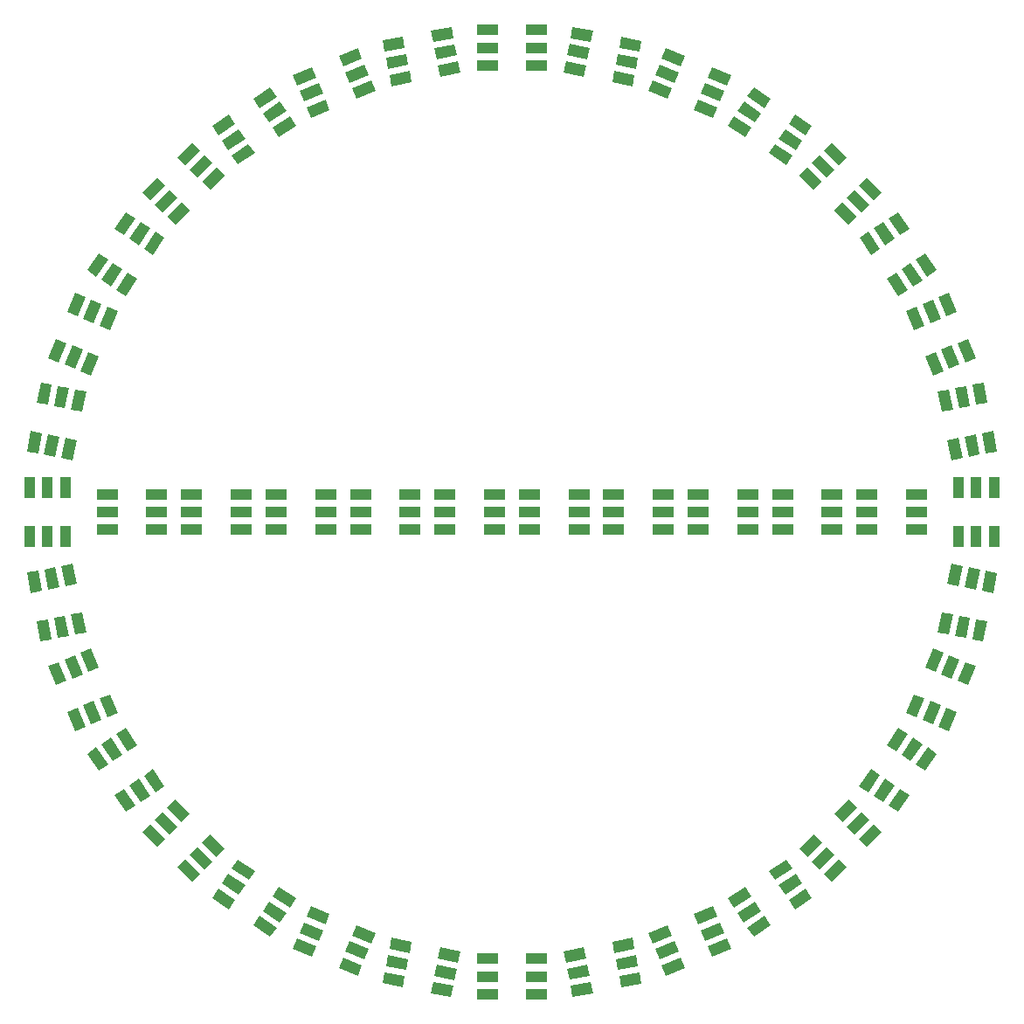
<source format=gbr>
%TF.GenerationSoftware,KiCad,Pcbnew,5.1.12-84ad8e8a86~92~ubuntu20.04.1*%
%TF.CreationDate,2021-11-26T19:12:35+01:00*%
%TF.ProjectId,led-ring-with-crossbar,6c65642d-7269-46e6-972d-776974682d63,rev?*%
%TF.SameCoordinates,Original*%
%TF.FileFunction,Paste,Top*%
%TF.FilePolarity,Positive*%
%FSLAX46Y46*%
G04 Gerber Fmt 4.6, Leading zero omitted, Abs format (unit mm)*
G04 Created by KiCad (PCBNEW 5.1.12-84ad8e8a86~92~ubuntu20.04.1) date 2021-11-26 19:12:35*
%MOMM*%
%LPD*%
G01*
G04 APERTURE LIST*
%ADD10R,2.000000X1.100000*%
%ADD11R,1.100000X2.000000*%
%ADD12C,0.100000*%
G04 APERTURE END LIST*
D10*
%TO.C,D42*%
X60780000Y-101700000D03*
X60780000Y-100000000D03*
X60780000Y-98300000D03*
X65580000Y-98300000D03*
X65580000Y-100000000D03*
X65580000Y-101700000D03*
%TD*%
%TO.C,D41*%
X68960000Y-101700000D03*
X68960000Y-100000000D03*
X68960000Y-98300000D03*
X73760000Y-98300000D03*
X73760000Y-100000000D03*
X73760000Y-101700000D03*
%TD*%
%TO.C,D40*%
X77140000Y-101700000D03*
X77140000Y-100000000D03*
X77140000Y-98300000D03*
X81940000Y-98300000D03*
X81940000Y-100000000D03*
X81940000Y-101700000D03*
%TD*%
%TO.C,D39*%
X85320000Y-101700000D03*
X85320000Y-100000000D03*
X85320000Y-98300000D03*
X90120000Y-98300000D03*
X90120000Y-100000000D03*
X90120000Y-101700000D03*
%TD*%
%TO.C,D38*%
X93500000Y-101700000D03*
X93500000Y-100000000D03*
X93500000Y-98300000D03*
X98300000Y-98300000D03*
X98300000Y-100000000D03*
X98300000Y-101700000D03*
%TD*%
%TO.C,D37*%
X101680000Y-101700000D03*
X101680000Y-100000000D03*
X101680000Y-98300000D03*
X106480000Y-98300000D03*
X106480000Y-100000000D03*
X106480000Y-101700000D03*
%TD*%
%TO.C,D36*%
X109860000Y-101700000D03*
X109860000Y-100000000D03*
X109860000Y-98300000D03*
X114660000Y-98300000D03*
X114660000Y-100000000D03*
X114660000Y-101700000D03*
%TD*%
%TO.C,D35*%
X118040000Y-101700000D03*
X118040000Y-100000000D03*
X118040000Y-98300000D03*
X122840000Y-98300000D03*
X122840000Y-100000000D03*
X122840000Y-101700000D03*
%TD*%
%TO.C,D34*%
X126220000Y-101700000D03*
X126220000Y-100000000D03*
X126220000Y-98300000D03*
X131020000Y-98300000D03*
X131020000Y-100000000D03*
X131020000Y-101700000D03*
%TD*%
%TO.C,D33*%
X134400000Y-101700000D03*
X134400000Y-100000000D03*
X134400000Y-98300000D03*
X139200000Y-98300000D03*
X139200000Y-100000000D03*
X139200000Y-101700000D03*
%TD*%
D11*
%TO.C,D32*%
X143300000Y-97600000D03*
X145000000Y-97600000D03*
X146700000Y-97600000D03*
X146700000Y-102400000D03*
X145000000Y-102400000D03*
X143300000Y-102400000D03*
%TD*%
D12*
%TO.C,D31*%
G36*
X143673510Y-105219572D02*
G01*
X143281618Y-107180801D01*
X142202942Y-106965260D01*
X142594834Y-105004031D01*
X143673510Y-105219572D01*
G37*
G36*
X145340555Y-105552681D02*
G01*
X144948663Y-107513910D01*
X143869987Y-107298369D01*
X144261879Y-105337140D01*
X145340555Y-105552681D01*
G37*
G36*
X147007600Y-105885789D02*
G01*
X146615708Y-107847018D01*
X145537032Y-107631477D01*
X145928924Y-105670248D01*
X147007600Y-105885789D01*
G37*
G36*
X146067058Y-110592740D02*
G01*
X145675166Y-112553969D01*
X144596490Y-112338428D01*
X144988382Y-110377199D01*
X146067058Y-110592740D01*
G37*
G36*
X144400013Y-110259631D02*
G01*
X144008121Y-112220860D01*
X142929445Y-112005319D01*
X143321337Y-110044090D01*
X144400013Y-110259631D01*
G37*
G36*
X142732968Y-109926523D02*
G01*
X142341076Y-111887752D01*
X141262400Y-111672211D01*
X141654292Y-109710982D01*
X142732968Y-109926523D01*
G37*
%TD*%
%TO.C,D30*%
G36*
X141813662Y-113639723D02*
G01*
X141048295Y-115487482D01*
X140032028Y-115066531D01*
X140797395Y-113218772D01*
X141813662Y-113639723D01*
G37*
G36*
X143384257Y-114290285D02*
G01*
X142618890Y-116138044D01*
X141602623Y-115717093D01*
X142367990Y-113869334D01*
X143384257Y-114290285D01*
G37*
G36*
X144954852Y-114940847D02*
G01*
X144189485Y-116788606D01*
X143173218Y-116367655D01*
X143938585Y-114519896D01*
X144954852Y-114940847D01*
G37*
G36*
X143117972Y-119375469D02*
G01*
X142352605Y-121223228D01*
X141336338Y-120802277D01*
X142101705Y-118954518D01*
X143117972Y-119375469D01*
G37*
G36*
X141547377Y-118724907D02*
G01*
X140782010Y-120572666D01*
X139765743Y-120151715D01*
X140531110Y-118303956D01*
X141547377Y-118724907D01*
G37*
G36*
X139976782Y-118074345D02*
G01*
X139211415Y-119922104D01*
X138195148Y-119501153D01*
X138960515Y-117653394D01*
X139976782Y-118074345D01*
G37*
%TD*%
%TO.C,D29*%
G36*
X138351773Y-121535913D02*
G01*
X137239182Y-123197882D01*
X136325099Y-122585957D01*
X137437690Y-120923988D01*
X138351773Y-121535913D01*
G37*
G36*
X139764446Y-122481615D02*
G01*
X138651855Y-124143584D01*
X137737772Y-123531659D01*
X138850363Y-121869690D01*
X139764446Y-122481615D01*
G37*
G36*
X141177120Y-123427318D02*
G01*
X140064529Y-125089287D01*
X139150446Y-124477362D01*
X140263037Y-122815393D01*
X141177120Y-123427318D01*
G37*
G36*
X138506901Y-127416043D02*
G01*
X137394310Y-129078012D01*
X136480227Y-128466087D01*
X137592818Y-126804118D01*
X138506901Y-127416043D01*
G37*
G36*
X137094228Y-126470341D02*
G01*
X135981637Y-128132310D01*
X135067554Y-127520385D01*
X136180145Y-125858416D01*
X137094228Y-126470341D01*
G37*
G36*
X135681554Y-125524638D02*
G01*
X134568963Y-127186607D01*
X133654880Y-126574682D01*
X134767471Y-124912713D01*
X135681554Y-125524638D01*
G37*
%TD*%
%TO.C,D28*%
G36*
X133410991Y-128602664D02*
G01*
X131996777Y-130016878D01*
X131218959Y-129239060D01*
X132633173Y-127824846D01*
X133410991Y-128602664D01*
G37*
G36*
X134613072Y-129804746D02*
G01*
X133198858Y-131218960D01*
X132421040Y-130441142D01*
X133835254Y-129026928D01*
X134613072Y-129804746D01*
G37*
G36*
X135815154Y-131006827D02*
G01*
X134400940Y-132421041D01*
X133623122Y-131643223D01*
X135037336Y-130229009D01*
X135815154Y-131006827D01*
G37*
G36*
X132421041Y-134400940D02*
G01*
X131006827Y-135815154D01*
X130229009Y-135037336D01*
X131643223Y-133623122D01*
X132421041Y-134400940D01*
G37*
G36*
X131218960Y-133198858D02*
G01*
X129804746Y-134613072D01*
X129026928Y-133835254D01*
X130441142Y-132421040D01*
X131218960Y-133198858D01*
G37*
G36*
X130016878Y-131996777D02*
G01*
X128602664Y-133410991D01*
X127824846Y-132633173D01*
X129239060Y-131218959D01*
X130016878Y-131996777D01*
G37*
%TD*%
%TO.C,D27*%
G36*
X127191573Y-134572781D02*
G01*
X125527664Y-135682470D01*
X124917335Y-134767321D01*
X126581244Y-133657632D01*
X127191573Y-134572781D01*
G37*
G36*
X128134809Y-135987103D02*
G01*
X126470900Y-137096792D01*
X125860571Y-136181643D01*
X127524480Y-135071954D01*
X128134809Y-135987103D01*
G37*
G36*
X129078044Y-137401425D02*
G01*
X127414135Y-138511114D01*
X126803806Y-137595965D01*
X128467715Y-136486276D01*
X129078044Y-137401425D01*
G37*
G36*
X125084665Y-140064679D02*
G01*
X123420756Y-141174368D01*
X122810427Y-140259219D01*
X124474336Y-139149530D01*
X125084665Y-140064679D01*
G37*
G36*
X124141429Y-138650357D02*
G01*
X122477520Y-139760046D01*
X121867191Y-138844897D01*
X123531100Y-137735208D01*
X124141429Y-138650357D01*
G37*
G36*
X123198194Y-137236035D02*
G01*
X121534285Y-138345724D01*
X120923956Y-137430575D01*
X122587865Y-136320886D01*
X123198194Y-137236035D01*
G37*
%TD*%
%TO.C,D26*%
G36*
X119922104Y-139211415D02*
G01*
X118074345Y-139976782D01*
X117653394Y-138960515D01*
X119501153Y-138195148D01*
X119922104Y-139211415D01*
G37*
G36*
X120572666Y-140782010D02*
G01*
X118724907Y-141547377D01*
X118303956Y-140531110D01*
X120151715Y-139765743D01*
X120572666Y-140782010D01*
G37*
G36*
X121223228Y-142352605D02*
G01*
X119375469Y-143117972D01*
X118954518Y-142101705D01*
X120802277Y-141336338D01*
X121223228Y-142352605D01*
G37*
G36*
X116788606Y-144189485D02*
G01*
X114940847Y-144954852D01*
X114519896Y-143938585D01*
X116367655Y-143173218D01*
X116788606Y-144189485D01*
G37*
G36*
X116138044Y-142618890D02*
G01*
X114290285Y-143384257D01*
X113869334Y-142367990D01*
X115717093Y-141602623D01*
X116138044Y-142618890D01*
G37*
G36*
X115487482Y-141048295D02*
G01*
X113639723Y-141813662D01*
X113218772Y-140797395D01*
X115066531Y-140032028D01*
X115487482Y-141048295D01*
G37*
%TD*%
%TO.C,D25*%
G36*
X111890878Y-142346505D02*
G01*
X109928968Y-142734974D01*
X109715310Y-141655923D01*
X111677220Y-141267454D01*
X111890878Y-142346505D01*
G37*
G36*
X112221076Y-144014129D02*
G01*
X110259166Y-144402598D01*
X110045508Y-143323547D01*
X112007418Y-142935078D01*
X112221076Y-144014129D01*
G37*
G36*
X112551275Y-145681752D02*
G01*
X110589365Y-146070221D01*
X110375707Y-144991170D01*
X112337617Y-144602701D01*
X112551275Y-145681752D01*
G37*
G36*
X107842690Y-146614077D02*
G01*
X105880780Y-147002546D01*
X105667122Y-145923495D01*
X107629032Y-145535026D01*
X107842690Y-146614077D01*
G37*
G36*
X107512492Y-144946453D02*
G01*
X105550582Y-145334922D01*
X105336924Y-144255871D01*
X107298834Y-143867402D01*
X107512492Y-144946453D01*
G37*
G36*
X107182293Y-143278830D02*
G01*
X105220383Y-143667299D01*
X105006725Y-142588248D01*
X106968635Y-142199779D01*
X107182293Y-143278830D01*
G37*
%TD*%
D10*
%TO.C,D24*%
X102400000Y-143300000D03*
X102400000Y-145000000D03*
X102400000Y-146700000D03*
X97600000Y-146700000D03*
X97600000Y-145000000D03*
X97600000Y-143300000D03*
%TD*%
D12*
%TO.C,D23*%
G36*
X94780428Y-143673510D02*
G01*
X92819199Y-143281618D01*
X93034740Y-142202942D01*
X94995969Y-142594834D01*
X94780428Y-143673510D01*
G37*
G36*
X94447319Y-145340555D02*
G01*
X92486090Y-144948663D01*
X92701631Y-143869987D01*
X94662860Y-144261879D01*
X94447319Y-145340555D01*
G37*
G36*
X94114211Y-147007600D02*
G01*
X92152982Y-146615708D01*
X92368523Y-145537032D01*
X94329752Y-145928924D01*
X94114211Y-147007600D01*
G37*
G36*
X89407260Y-146067058D02*
G01*
X87446031Y-145675166D01*
X87661572Y-144596490D01*
X89622801Y-144988382D01*
X89407260Y-146067058D01*
G37*
G36*
X89740369Y-144400013D02*
G01*
X87779140Y-144008121D01*
X87994681Y-142929445D01*
X89955910Y-143321337D01*
X89740369Y-144400013D01*
G37*
G36*
X90073477Y-142732968D02*
G01*
X88112248Y-142341076D01*
X88327789Y-141262400D01*
X90289018Y-141654292D01*
X90073477Y-142732968D01*
G37*
%TD*%
%TO.C,D22*%
G36*
X86360277Y-141813662D02*
G01*
X84512518Y-141048295D01*
X84933469Y-140032028D01*
X86781228Y-140797395D01*
X86360277Y-141813662D01*
G37*
G36*
X85709715Y-143384257D02*
G01*
X83861956Y-142618890D01*
X84282907Y-141602623D01*
X86130666Y-142367990D01*
X85709715Y-143384257D01*
G37*
G36*
X85059153Y-144954852D02*
G01*
X83211394Y-144189485D01*
X83632345Y-143173218D01*
X85480104Y-143938585D01*
X85059153Y-144954852D01*
G37*
G36*
X80624531Y-143117972D02*
G01*
X78776772Y-142352605D01*
X79197723Y-141336338D01*
X81045482Y-142101705D01*
X80624531Y-143117972D01*
G37*
G36*
X81275093Y-141547377D02*
G01*
X79427334Y-140782010D01*
X79848285Y-139765743D01*
X81696044Y-140531110D01*
X81275093Y-141547377D01*
G37*
G36*
X81925655Y-139976782D02*
G01*
X80077896Y-139211415D01*
X80498847Y-138195148D01*
X82346606Y-138960515D01*
X81925655Y-139976782D01*
G37*
%TD*%
%TO.C,D21*%
G36*
X78464087Y-138351773D02*
G01*
X76802118Y-137239182D01*
X77414043Y-136325099D01*
X79076012Y-137437690D01*
X78464087Y-138351773D01*
G37*
G36*
X77518385Y-139764446D02*
G01*
X75856416Y-138651855D01*
X76468341Y-137737772D01*
X78130310Y-138850363D01*
X77518385Y-139764446D01*
G37*
G36*
X76572682Y-141177120D02*
G01*
X74910713Y-140064529D01*
X75522638Y-139150446D01*
X77184607Y-140263037D01*
X76572682Y-141177120D01*
G37*
G36*
X72583957Y-138506901D02*
G01*
X70921988Y-137394310D01*
X71533913Y-136480227D01*
X73195882Y-137592818D01*
X72583957Y-138506901D01*
G37*
G36*
X73529659Y-137094228D02*
G01*
X71867690Y-135981637D01*
X72479615Y-135067554D01*
X74141584Y-136180145D01*
X73529659Y-137094228D01*
G37*
G36*
X74475362Y-135681554D02*
G01*
X72813393Y-134568963D01*
X73425318Y-133654880D01*
X75087287Y-134767471D01*
X74475362Y-135681554D01*
G37*
%TD*%
%TO.C,D20*%
G36*
X71397336Y-133410991D02*
G01*
X69983122Y-131996777D01*
X70760940Y-131218959D01*
X72175154Y-132633173D01*
X71397336Y-133410991D01*
G37*
G36*
X70195254Y-134613072D02*
G01*
X68781040Y-133198858D01*
X69558858Y-132421040D01*
X70973072Y-133835254D01*
X70195254Y-134613072D01*
G37*
G36*
X68993173Y-135815154D02*
G01*
X67578959Y-134400940D01*
X68356777Y-133623122D01*
X69770991Y-135037336D01*
X68993173Y-135815154D01*
G37*
G36*
X65599060Y-132421041D02*
G01*
X64184846Y-131006827D01*
X64962664Y-130229009D01*
X66376878Y-131643223D01*
X65599060Y-132421041D01*
G37*
G36*
X66801142Y-131218960D02*
G01*
X65386928Y-129804746D01*
X66164746Y-129026928D01*
X67578960Y-130441142D01*
X66801142Y-131218960D01*
G37*
G36*
X68003223Y-130016878D02*
G01*
X66589009Y-128602664D01*
X67366827Y-127824846D01*
X68781041Y-129239060D01*
X68003223Y-130016878D01*
G37*
%TD*%
%TO.C,D19*%
G36*
X65427219Y-127191573D02*
G01*
X64317530Y-125527664D01*
X65232679Y-124917335D01*
X66342368Y-126581244D01*
X65427219Y-127191573D01*
G37*
G36*
X64012897Y-128134809D02*
G01*
X62903208Y-126470900D01*
X63818357Y-125860571D01*
X64928046Y-127524480D01*
X64012897Y-128134809D01*
G37*
G36*
X62598575Y-129078044D02*
G01*
X61488886Y-127414135D01*
X62404035Y-126803806D01*
X63513724Y-128467715D01*
X62598575Y-129078044D01*
G37*
G36*
X59935321Y-125084665D02*
G01*
X58825632Y-123420756D01*
X59740781Y-122810427D01*
X60850470Y-124474336D01*
X59935321Y-125084665D01*
G37*
G36*
X61349643Y-124141429D02*
G01*
X60239954Y-122477520D01*
X61155103Y-121867191D01*
X62264792Y-123531100D01*
X61349643Y-124141429D01*
G37*
G36*
X62763965Y-123198194D02*
G01*
X61654276Y-121534285D01*
X62569425Y-120923956D01*
X63679114Y-122587865D01*
X62763965Y-123198194D01*
G37*
%TD*%
%TO.C,D18*%
G36*
X60788585Y-119922104D02*
G01*
X60023218Y-118074345D01*
X61039485Y-117653394D01*
X61804852Y-119501153D01*
X60788585Y-119922104D01*
G37*
G36*
X59217990Y-120572666D02*
G01*
X58452623Y-118724907D01*
X59468890Y-118303956D01*
X60234257Y-120151715D01*
X59217990Y-120572666D01*
G37*
G36*
X57647395Y-121223228D02*
G01*
X56882028Y-119375469D01*
X57898295Y-118954518D01*
X58663662Y-120802277D01*
X57647395Y-121223228D01*
G37*
G36*
X55810515Y-116788606D02*
G01*
X55045148Y-114940847D01*
X56061415Y-114519896D01*
X56826782Y-116367655D01*
X55810515Y-116788606D01*
G37*
G36*
X57381110Y-116138044D02*
G01*
X56615743Y-114290285D01*
X57632010Y-113869334D01*
X58397377Y-115717093D01*
X57381110Y-116138044D01*
G37*
G36*
X58951705Y-115487482D02*
G01*
X58186338Y-113639723D01*
X59202605Y-113218772D01*
X59967972Y-115066531D01*
X58951705Y-115487482D01*
G37*
%TD*%
%TO.C,D17*%
G36*
X57653495Y-111890878D02*
G01*
X57265026Y-109928968D01*
X58344077Y-109715310D01*
X58732546Y-111677220D01*
X57653495Y-111890878D01*
G37*
G36*
X55985871Y-112221076D02*
G01*
X55597402Y-110259166D01*
X56676453Y-110045508D01*
X57064922Y-112007418D01*
X55985871Y-112221076D01*
G37*
G36*
X54318248Y-112551275D02*
G01*
X53929779Y-110589365D01*
X55008830Y-110375707D01*
X55397299Y-112337617D01*
X54318248Y-112551275D01*
G37*
G36*
X53385923Y-107842690D02*
G01*
X52997454Y-105880780D01*
X54076505Y-105667122D01*
X54464974Y-107629032D01*
X53385923Y-107842690D01*
G37*
G36*
X55053547Y-107512492D02*
G01*
X54665078Y-105550582D01*
X55744129Y-105336924D01*
X56132598Y-107298834D01*
X55053547Y-107512492D01*
G37*
G36*
X56721170Y-107182293D02*
G01*
X56332701Y-105220383D01*
X57411752Y-105006725D01*
X57800221Y-106968635D01*
X56721170Y-107182293D01*
G37*
%TD*%
D11*
%TO.C,D16*%
X56700000Y-102400000D03*
X55000000Y-102400000D03*
X53300000Y-102400000D03*
X53300000Y-97600000D03*
X55000000Y-97600000D03*
X56700000Y-97600000D03*
%TD*%
D12*
%TO.C,D15*%
G36*
X56326490Y-94780428D02*
G01*
X56718382Y-92819199D01*
X57797058Y-93034740D01*
X57405166Y-94995969D01*
X56326490Y-94780428D01*
G37*
G36*
X54659445Y-94447319D02*
G01*
X55051337Y-92486090D01*
X56130013Y-92701631D01*
X55738121Y-94662860D01*
X54659445Y-94447319D01*
G37*
G36*
X52992400Y-94114211D02*
G01*
X53384292Y-92152982D01*
X54462968Y-92368523D01*
X54071076Y-94329752D01*
X52992400Y-94114211D01*
G37*
G36*
X53932942Y-89407260D02*
G01*
X54324834Y-87446031D01*
X55403510Y-87661572D01*
X55011618Y-89622801D01*
X53932942Y-89407260D01*
G37*
G36*
X55599987Y-89740369D02*
G01*
X55991879Y-87779140D01*
X57070555Y-87994681D01*
X56678663Y-89955910D01*
X55599987Y-89740369D01*
G37*
G36*
X57267032Y-90073477D02*
G01*
X57658924Y-88112248D01*
X58737600Y-88327789D01*
X58345708Y-90289018D01*
X57267032Y-90073477D01*
G37*
%TD*%
%TO.C,D14*%
G36*
X58186338Y-86360277D02*
G01*
X58951705Y-84512518D01*
X59967972Y-84933469D01*
X59202605Y-86781228D01*
X58186338Y-86360277D01*
G37*
G36*
X56615743Y-85709715D02*
G01*
X57381110Y-83861956D01*
X58397377Y-84282907D01*
X57632010Y-86130666D01*
X56615743Y-85709715D01*
G37*
G36*
X55045148Y-85059153D02*
G01*
X55810515Y-83211394D01*
X56826782Y-83632345D01*
X56061415Y-85480104D01*
X55045148Y-85059153D01*
G37*
G36*
X56882028Y-80624531D02*
G01*
X57647395Y-78776772D01*
X58663662Y-79197723D01*
X57898295Y-81045482D01*
X56882028Y-80624531D01*
G37*
G36*
X58452623Y-81275093D02*
G01*
X59217990Y-79427334D01*
X60234257Y-79848285D01*
X59468890Y-81696044D01*
X58452623Y-81275093D01*
G37*
G36*
X60023218Y-81925655D02*
G01*
X60788585Y-80077896D01*
X61804852Y-80498847D01*
X61039485Y-82346606D01*
X60023218Y-81925655D01*
G37*
%TD*%
%TO.C,D13*%
G36*
X61648227Y-78464087D02*
G01*
X62760818Y-76802118D01*
X63674901Y-77414043D01*
X62562310Y-79076012D01*
X61648227Y-78464087D01*
G37*
G36*
X60235554Y-77518385D02*
G01*
X61348145Y-75856416D01*
X62262228Y-76468341D01*
X61149637Y-78130310D01*
X60235554Y-77518385D01*
G37*
G36*
X58822880Y-76572682D02*
G01*
X59935471Y-74910713D01*
X60849554Y-75522638D01*
X59736963Y-77184607D01*
X58822880Y-76572682D01*
G37*
G36*
X61493099Y-72583957D02*
G01*
X62605690Y-70921988D01*
X63519773Y-71533913D01*
X62407182Y-73195882D01*
X61493099Y-72583957D01*
G37*
G36*
X62905772Y-73529659D02*
G01*
X64018363Y-71867690D01*
X64932446Y-72479615D01*
X63819855Y-74141584D01*
X62905772Y-73529659D01*
G37*
G36*
X64318446Y-74475362D02*
G01*
X65431037Y-72813393D01*
X66345120Y-73425318D01*
X65232529Y-75087287D01*
X64318446Y-74475362D01*
G37*
%TD*%
%TO.C,D12*%
G36*
X66589009Y-71397336D02*
G01*
X68003223Y-69983122D01*
X68781041Y-70760940D01*
X67366827Y-72175154D01*
X66589009Y-71397336D01*
G37*
G36*
X65386928Y-70195254D02*
G01*
X66801142Y-68781040D01*
X67578960Y-69558858D01*
X66164746Y-70973072D01*
X65386928Y-70195254D01*
G37*
G36*
X64184846Y-68993173D02*
G01*
X65599060Y-67578959D01*
X66376878Y-68356777D01*
X64962664Y-69770991D01*
X64184846Y-68993173D01*
G37*
G36*
X67578959Y-65599060D02*
G01*
X68993173Y-64184846D01*
X69770991Y-64962664D01*
X68356777Y-66376878D01*
X67578959Y-65599060D01*
G37*
G36*
X68781040Y-66801142D02*
G01*
X70195254Y-65386928D01*
X70973072Y-66164746D01*
X69558858Y-67578960D01*
X68781040Y-66801142D01*
G37*
G36*
X69983122Y-68003223D02*
G01*
X71397336Y-66589009D01*
X72175154Y-67366827D01*
X70760940Y-68781041D01*
X69983122Y-68003223D01*
G37*
%TD*%
%TO.C,D11*%
G36*
X72808427Y-65427219D02*
G01*
X74472336Y-64317530D01*
X75082665Y-65232679D01*
X73418756Y-66342368D01*
X72808427Y-65427219D01*
G37*
G36*
X71865191Y-64012897D02*
G01*
X73529100Y-62903208D01*
X74139429Y-63818357D01*
X72475520Y-64928046D01*
X71865191Y-64012897D01*
G37*
G36*
X70921956Y-62598575D02*
G01*
X72585865Y-61488886D01*
X73196194Y-62404035D01*
X71532285Y-63513724D01*
X70921956Y-62598575D01*
G37*
G36*
X74915335Y-59935321D02*
G01*
X76579244Y-58825632D01*
X77189573Y-59740781D01*
X75525664Y-60850470D01*
X74915335Y-59935321D01*
G37*
G36*
X75858571Y-61349643D02*
G01*
X77522480Y-60239954D01*
X78132809Y-61155103D01*
X76468900Y-62264792D01*
X75858571Y-61349643D01*
G37*
G36*
X76801806Y-62763965D02*
G01*
X78465715Y-61654276D01*
X79076044Y-62569425D01*
X77412135Y-63679114D01*
X76801806Y-62763965D01*
G37*
%TD*%
%TO.C,D10*%
G36*
X80077896Y-60788585D02*
G01*
X81925655Y-60023218D01*
X82346606Y-61039485D01*
X80498847Y-61804852D01*
X80077896Y-60788585D01*
G37*
G36*
X79427334Y-59217990D02*
G01*
X81275093Y-58452623D01*
X81696044Y-59468890D01*
X79848285Y-60234257D01*
X79427334Y-59217990D01*
G37*
G36*
X78776772Y-57647395D02*
G01*
X80624531Y-56882028D01*
X81045482Y-57898295D01*
X79197723Y-58663662D01*
X78776772Y-57647395D01*
G37*
G36*
X83211394Y-55810515D02*
G01*
X85059153Y-55045148D01*
X85480104Y-56061415D01*
X83632345Y-56826782D01*
X83211394Y-55810515D01*
G37*
G36*
X83861956Y-57381110D02*
G01*
X85709715Y-56615743D01*
X86130666Y-57632010D01*
X84282907Y-58397377D01*
X83861956Y-57381110D01*
G37*
G36*
X84512518Y-58951705D02*
G01*
X86360277Y-58186338D01*
X86781228Y-59202605D01*
X84933469Y-59967972D01*
X84512518Y-58951705D01*
G37*
%TD*%
%TO.C,D9*%
G36*
X88109122Y-57653495D02*
G01*
X90071032Y-57265026D01*
X90284690Y-58344077D01*
X88322780Y-58732546D01*
X88109122Y-57653495D01*
G37*
G36*
X87778924Y-55985871D02*
G01*
X89740834Y-55597402D01*
X89954492Y-56676453D01*
X87992582Y-57064922D01*
X87778924Y-55985871D01*
G37*
G36*
X87448725Y-54318248D02*
G01*
X89410635Y-53929779D01*
X89624293Y-55008830D01*
X87662383Y-55397299D01*
X87448725Y-54318248D01*
G37*
G36*
X92157310Y-53385923D02*
G01*
X94119220Y-52997454D01*
X94332878Y-54076505D01*
X92370968Y-54464974D01*
X92157310Y-53385923D01*
G37*
G36*
X92487508Y-55053547D02*
G01*
X94449418Y-54665078D01*
X94663076Y-55744129D01*
X92701166Y-56132598D01*
X92487508Y-55053547D01*
G37*
G36*
X92817707Y-56721170D02*
G01*
X94779617Y-56332701D01*
X94993275Y-57411752D01*
X93031365Y-57800221D01*
X92817707Y-56721170D01*
G37*
%TD*%
D10*
%TO.C,D8*%
X97600000Y-56700000D03*
X97600000Y-55000000D03*
X97600000Y-53300000D03*
X102400000Y-53300000D03*
X102400000Y-55000000D03*
X102400000Y-56700000D03*
%TD*%
D12*
%TO.C,D7*%
G36*
X105219572Y-56326490D02*
G01*
X107180801Y-56718382D01*
X106965260Y-57797058D01*
X105004031Y-57405166D01*
X105219572Y-56326490D01*
G37*
G36*
X105552681Y-54659445D02*
G01*
X107513910Y-55051337D01*
X107298369Y-56130013D01*
X105337140Y-55738121D01*
X105552681Y-54659445D01*
G37*
G36*
X105885789Y-52992400D02*
G01*
X107847018Y-53384292D01*
X107631477Y-54462968D01*
X105670248Y-54071076D01*
X105885789Y-52992400D01*
G37*
G36*
X110592740Y-53932942D02*
G01*
X112553969Y-54324834D01*
X112338428Y-55403510D01*
X110377199Y-55011618D01*
X110592740Y-53932942D01*
G37*
G36*
X110259631Y-55599987D02*
G01*
X112220860Y-55991879D01*
X112005319Y-57070555D01*
X110044090Y-56678663D01*
X110259631Y-55599987D01*
G37*
G36*
X109926523Y-57267032D02*
G01*
X111887752Y-57658924D01*
X111672211Y-58737600D01*
X109710982Y-58345708D01*
X109926523Y-57267032D01*
G37*
%TD*%
%TO.C,D6*%
G36*
X113639723Y-58186338D02*
G01*
X115487482Y-58951705D01*
X115066531Y-59967972D01*
X113218772Y-59202605D01*
X113639723Y-58186338D01*
G37*
G36*
X114290285Y-56615743D02*
G01*
X116138044Y-57381110D01*
X115717093Y-58397377D01*
X113869334Y-57632010D01*
X114290285Y-56615743D01*
G37*
G36*
X114940847Y-55045148D02*
G01*
X116788606Y-55810515D01*
X116367655Y-56826782D01*
X114519896Y-56061415D01*
X114940847Y-55045148D01*
G37*
G36*
X119375469Y-56882028D02*
G01*
X121223228Y-57647395D01*
X120802277Y-58663662D01*
X118954518Y-57898295D01*
X119375469Y-56882028D01*
G37*
G36*
X118724907Y-58452623D02*
G01*
X120572666Y-59217990D01*
X120151715Y-60234257D01*
X118303956Y-59468890D01*
X118724907Y-58452623D01*
G37*
G36*
X118074345Y-60023218D02*
G01*
X119922104Y-60788585D01*
X119501153Y-61804852D01*
X117653394Y-61039485D01*
X118074345Y-60023218D01*
G37*
%TD*%
%TO.C,D5*%
G36*
X121535913Y-61648227D02*
G01*
X123197882Y-62760818D01*
X122585957Y-63674901D01*
X120923988Y-62562310D01*
X121535913Y-61648227D01*
G37*
G36*
X122481615Y-60235554D02*
G01*
X124143584Y-61348145D01*
X123531659Y-62262228D01*
X121869690Y-61149637D01*
X122481615Y-60235554D01*
G37*
G36*
X123427318Y-58822880D02*
G01*
X125089287Y-59935471D01*
X124477362Y-60849554D01*
X122815393Y-59736963D01*
X123427318Y-58822880D01*
G37*
G36*
X127416043Y-61493099D02*
G01*
X129078012Y-62605690D01*
X128466087Y-63519773D01*
X126804118Y-62407182D01*
X127416043Y-61493099D01*
G37*
G36*
X126470341Y-62905772D02*
G01*
X128132310Y-64018363D01*
X127520385Y-64932446D01*
X125858416Y-63819855D01*
X126470341Y-62905772D01*
G37*
G36*
X125524638Y-64318446D02*
G01*
X127186607Y-65431037D01*
X126574682Y-66345120D01*
X124912713Y-65232529D01*
X125524638Y-64318446D01*
G37*
%TD*%
%TO.C,D4*%
G36*
X128602664Y-66589009D02*
G01*
X130016878Y-68003223D01*
X129239060Y-68781041D01*
X127824846Y-67366827D01*
X128602664Y-66589009D01*
G37*
G36*
X129804746Y-65386928D02*
G01*
X131218960Y-66801142D01*
X130441142Y-67578960D01*
X129026928Y-66164746D01*
X129804746Y-65386928D01*
G37*
G36*
X131006827Y-64184846D02*
G01*
X132421041Y-65599060D01*
X131643223Y-66376878D01*
X130229009Y-64962664D01*
X131006827Y-64184846D01*
G37*
G36*
X134400940Y-67578959D02*
G01*
X135815154Y-68993173D01*
X135037336Y-69770991D01*
X133623122Y-68356777D01*
X134400940Y-67578959D01*
G37*
G36*
X133198858Y-68781040D02*
G01*
X134613072Y-70195254D01*
X133835254Y-70973072D01*
X132421040Y-69558858D01*
X133198858Y-68781040D01*
G37*
G36*
X131996777Y-69983122D02*
G01*
X133410991Y-71397336D01*
X132633173Y-72175154D01*
X131218959Y-70760940D01*
X131996777Y-69983122D01*
G37*
%TD*%
%TO.C,D3*%
G36*
X134572781Y-72808427D02*
G01*
X135682470Y-74472336D01*
X134767321Y-75082665D01*
X133657632Y-73418756D01*
X134572781Y-72808427D01*
G37*
G36*
X135987103Y-71865191D02*
G01*
X137096792Y-73529100D01*
X136181643Y-74139429D01*
X135071954Y-72475520D01*
X135987103Y-71865191D01*
G37*
G36*
X137401425Y-70921956D02*
G01*
X138511114Y-72585865D01*
X137595965Y-73196194D01*
X136486276Y-71532285D01*
X137401425Y-70921956D01*
G37*
G36*
X140064679Y-74915335D02*
G01*
X141174368Y-76579244D01*
X140259219Y-77189573D01*
X139149530Y-75525664D01*
X140064679Y-74915335D01*
G37*
G36*
X138650357Y-75858571D02*
G01*
X139760046Y-77522480D01*
X138844897Y-78132809D01*
X137735208Y-76468900D01*
X138650357Y-75858571D01*
G37*
G36*
X137236035Y-76801806D02*
G01*
X138345724Y-78465715D01*
X137430575Y-79076044D01*
X136320886Y-77412135D01*
X137236035Y-76801806D01*
G37*
%TD*%
%TO.C,D2*%
G36*
X139211415Y-80077896D02*
G01*
X139976782Y-81925655D01*
X138960515Y-82346606D01*
X138195148Y-80498847D01*
X139211415Y-80077896D01*
G37*
G36*
X140782010Y-79427334D02*
G01*
X141547377Y-81275093D01*
X140531110Y-81696044D01*
X139765743Y-79848285D01*
X140782010Y-79427334D01*
G37*
G36*
X142352605Y-78776772D02*
G01*
X143117972Y-80624531D01*
X142101705Y-81045482D01*
X141336338Y-79197723D01*
X142352605Y-78776772D01*
G37*
G36*
X144189485Y-83211394D02*
G01*
X144954852Y-85059153D01*
X143938585Y-85480104D01*
X143173218Y-83632345D01*
X144189485Y-83211394D01*
G37*
G36*
X142618890Y-83861956D02*
G01*
X143384257Y-85709715D01*
X142367990Y-86130666D01*
X141602623Y-84282907D01*
X142618890Y-83861956D01*
G37*
G36*
X141048295Y-84512518D02*
G01*
X141813662Y-86360277D01*
X140797395Y-86781228D01*
X140032028Y-84933469D01*
X141048295Y-84512518D01*
G37*
%TD*%
%TO.C,D1*%
G36*
X142346505Y-88109122D02*
G01*
X142734974Y-90071032D01*
X141655923Y-90284690D01*
X141267454Y-88322780D01*
X142346505Y-88109122D01*
G37*
G36*
X144014129Y-87778924D02*
G01*
X144402598Y-89740834D01*
X143323547Y-89954492D01*
X142935078Y-87992582D01*
X144014129Y-87778924D01*
G37*
G36*
X145681752Y-87448725D02*
G01*
X146070221Y-89410635D01*
X144991170Y-89624293D01*
X144602701Y-87662383D01*
X145681752Y-87448725D01*
G37*
G36*
X146614077Y-92157310D02*
G01*
X147002546Y-94119220D01*
X145923495Y-94332878D01*
X145535026Y-92370968D01*
X146614077Y-92157310D01*
G37*
G36*
X144946453Y-92487508D02*
G01*
X145334922Y-94449418D01*
X144255871Y-94663076D01*
X143867402Y-92701166D01*
X144946453Y-92487508D01*
G37*
G36*
X143278830Y-92817707D02*
G01*
X143667299Y-94779617D01*
X142588248Y-94993275D01*
X142199779Y-93031365D01*
X143278830Y-92817707D01*
G37*
%TD*%
M02*

</source>
